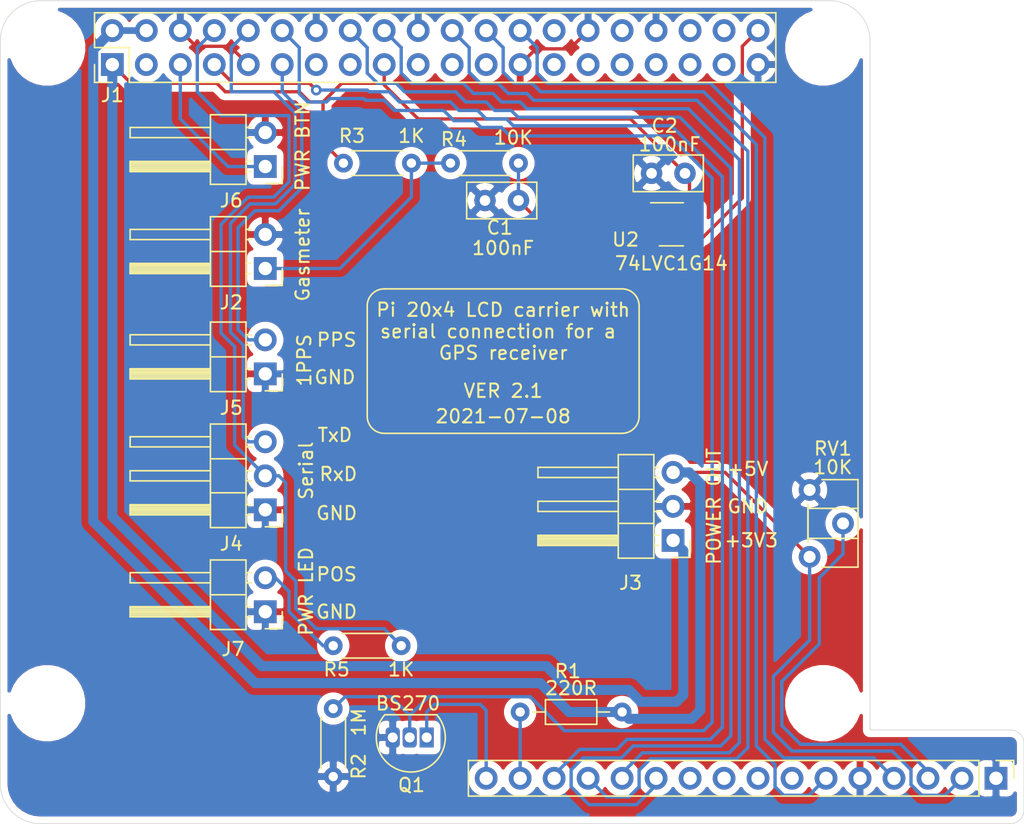
<source format=kicad_pcb>
(kicad_pcb (version 20171130) (host pcbnew 5.1.7-a382d34a8~88~ubuntu18.04.1)
  (layers (0 F.Cu signal) (31 B.Cu signal) (34 B.Paste user) (35 F.Paste user) (36 B.SilkS user) (37 F.SilkS user) (38 B.Mask user) (39 F.Mask user) (44 Edge.Cuts user))
  (net 0 "")
  (net 1 "Net-(C1-Pad1)")
  (net 2 GND)
  (net 3 +3V3)
  (net 4 "Net-(J1-Pad40)")
  (net 5 "Net-(J1-Pad38)")
  (net 6 "Net-(J1-Pad37)")
  (net 7 "Net-(J1-Pad36)")
  (net 8 "Net-(J1-Pad35)")
  (net 9 "Net-(J1-Pad33)")
  (net 10 "Net-(J1-Pad32)")
  (net 11 "Net-(J1-Pad31)")
  (net 12 "Net-(J1-Pad29)")
  (net 13 "Net-(J1-Pad28)")
  (net 14 "Net-(J1-Pad27)")
  (net 15 "Net-(J1-Pad26)")
  (net 16 "Net-(J1-Pad24)")
  (net 17 "Net-(J1-Pad23)")
  (net 18 "Net-(J1-Pad22)")
  (net 19 "Net-(J1-Pad21)")
  (net 20 "Net-(J1-Pad19)")
  (net 21 "Net-(J1-Pad18)")
  (net 22 "Net-(J1-Pad16)")
  (net 23 "Net-(J1-Pad15)")
  (net 24 "Net-(J1-Pad13)")
  (net 25 "Net-(J1-Pad12)")
  (net 26 "Net-(J1-Pad11)")
  (net 27 "Net-(J1-Pad10)")
  (net 28 "Net-(J1-Pad8)")
  (net 29 "Net-(J1-Pad7)")
  (net 30 "Net-(J1-Pad5)")
  (net 31 +5V)
  (net 32 "Net-(J1-Pad3)")
  (net 33 "Net-(J2-Pad1)")
  (net 34 "Net-(J7-Pad2)")
  (net 35 "Net-(R1-Pad2)")
  (net 36 "Net-(U1-Pad10)")
  (net 37 "Net-(U1-Pad9)")
  (net 38 "Net-(U1-Pad8)")
  (net 39 "Net-(U1-Pad7)")
  (net 40 "Net-(RV1-Pad2)")
  (net 41 "Net-(Q1-Pad1)")
  (module Connector_PinHeader_2.54mm:PinHeader_1x03_P2.54mm_Horizontal (layer F.Cu) (at 140.3 123.044 180)
    (fp_text reference J4 (at 2.54 -2.54) (layer F.SilkS))
    (fp_text value Serial hide)
    (pad 3 thru_hole oval (at 0 5.08 180) (size 1.7 1.7) (drill 1) (layers *.Cu *.Mask) (net 27 "Net-(J1-Pad10)"))
    (pad 2 thru_hole oval (at 0 2.54 180) (size 1.7 1.7) (drill 1) (layers *.Cu *.Mask) (net 28 "Net-(J1-Pad8)"))
    (pad 1 thru_hole rect (at 0 0 180) (size 1.7 1.7) (drill 1) (layers *.Cu *.Mask) (net 2 GND))
  )
  (module Connector_PinHeader_2.54mm:PinHeader_1x02_P2.54mm_Horizontal (layer F.Cu) (at 140.3 112.884 180)
    (fp_text reference J5 (at 2.54 -2.54) (layer F.SilkS))
    (fp_text value "1PPS in" hide)
    (pad 1 thru_hole rect (at 0 0 180) (size 1.7 1.7) (drill 1) (layers *.Cu *.Mask) (net 2 GND))
    (pad 2 thru_hole oval (at 0 2.54 180) (size 1.7 1.7) (drill 1) (layers *.Cu *.Mask) (net 26 "Net-(J1-Pad11)"))
  )
  (module Package_TO_SOT_SMD:SOT-23-5_HandSoldering (layer F.Cu) (at 170.653 101.708)
    (fp_text reference U2 (at -3.429 1.143) (layer F.SilkS))
    (fp_text value 74LVC1G14)
    (pad 5 smd rect (at 1.35 -0.95) (size 1.56 0.65) (layers F.Cu F.Paste F.Mask) (net 3 +3V3))
    (pad 4 smd rect (at 1.35 0.95) (size 1.56 0.65) (layers F.Cu F.Paste F.Mask) (net 4 "Net-(J1-Pad40)"))
    (pad 3 smd rect (at -1.35 0.95) (size 1.56 0.65) (layers F.Cu F.Paste F.Mask) (net 2 GND))
    (pad 2 smd rect (at -1.35 0) (size 1.56 0.65) (layers F.Cu F.Paste F.Mask) (net 1 "Net-(C1-Pad1)"))
    (pad 1 smd rect (at -1.35 -0.95) (size 1.56 0.65) (layers F.Cu F.Paste F.Mask))
  )
  (module Capacitor_THT:C_Disc_D5.0mm_W2.5mm_P2.50mm (layer F.Cu) (at 171.669 97.898 180)
    (fp_text reference C2 (at 1.524 3.556) (layer F.SilkS))
    (fp_text value 100N hide)
    (pad 2 thru_hole circle (at 2.5 0 180) (size 1.6 1.6) (drill 0.8) (layers *.Cu *.Mask) (net 2 GND))
    (pad 1 thru_hole circle (at 0 0 180) (size 1.6 1.6) (drill 0.8) (layers *.Cu *.Mask) (net 3 +3V3))
  )
  (module Resistor_THT:R_Axial_DIN0204_L3.6mm_D1.6mm_P5.08mm_Horizontal (layer F.Cu) (at 145.38 133.204)
    (fp_text reference R5 (at 0.254 1.778) (layer F.SilkS))
    (fp_text value 1K hide)
    (pad 1 thru_hole circle (at 0 0) (size 1.4 1.4) (drill 0.7) (layers *.Cu *.Mask) (net 34 "Net-(J7-Pad2)"))
    (pad 2 thru_hole oval (at 5.08 0) (size 1.4 1.4) (drill 0.7) (layers *.Cu *.Mask) (net 28 "Net-(J1-Pad8)"))
  )
  (module Connector_PinHeader_2.54mm:PinHeader_1x02_P2.54mm_Horizontal (layer F.Cu) (at 140.3 130.664 180)
    (fp_text reference J7 (at 2.413 -2.794) (layer F.SilkS))
    (fp_text value "PWR LED" hide)
    (pad 2 thru_hole oval (at 0 2.54 180) (size 1.7 1.7) (drill 1) (layers *.Cu *.Mask) (net 34 "Net-(J7-Pad2)"))
    (pad 1 thru_hole rect (at 0 0 180) (size 1.7 1.7) (drill 1) (layers *.Cu *.Mask) (net 2 GND))
  )
  (module Connector_PinHeader_2.54mm:PinHeader_2x20_P2.54mm_Vertical (layer F.Cu) (at 128.87 89.77 90)
    (fp_text reference J1 (at -2.286 0 180) (layer F.SilkS))
    (fp_text value Raspberry_Pi_2_3_4 hide)
    (pad 40 thru_hole oval (at 2.54 48.26 90) (size 1.7 1.7) (drill 1) (layers *.Cu *.Mask) (net 4 "Net-(J1-Pad40)"))
    (pad 39 thru_hole oval (at 0 48.26 90) (size 1.7 1.7) (drill 1) (layers *.Cu *.Mask) (net 2 GND))
    (pad 38 thru_hole oval (at 2.54 45.72 90) (size 1.7 1.7) (drill 1) (layers *.Cu *.Mask) (net 5 "Net-(J1-Pad38)"))
    (pad 37 thru_hole oval (at 0 45.72 90) (size 1.7 1.7) (drill 1) (layers *.Cu *.Mask) (net 6 "Net-(J1-Pad37)"))
    (pad 36 thru_hole oval (at 2.54 43.18 90) (size 1.7 1.7) (drill 1) (layers *.Cu *.Mask) (net 7 "Net-(J1-Pad36)"))
    (pad 35 thru_hole oval (at 0 43.18 90) (size 1.7 1.7) (drill 1) (layers *.Cu *.Mask) (net 8 "Net-(J1-Pad35)"))
    (pad 34 thru_hole oval (at 2.54 40.64 90) (size 1.7 1.7) (drill 1) (layers *.Cu *.Mask) (net 2 GND))
    (pad 33 thru_hole oval (at 0 40.64 90) (size 1.7 1.7) (drill 1) (layers *.Cu *.Mask) (net 9 "Net-(J1-Pad33)"))
    (pad 32 thru_hole oval (at 2.54 38.1 90) (size 1.7 1.7) (drill 1) (layers *.Cu *.Mask) (net 10 "Net-(J1-Pad32)"))
    (pad 31 thru_hole oval (at 0 38.1 90) (size 1.7 1.7) (drill 1) (layers *.Cu *.Mask) (net 11 "Net-(J1-Pad31)"))
    (pad 30 thru_hole oval (at 2.54 35.56 90) (size 1.7 1.7) (drill 1) (layers *.Cu *.Mask) (net 2 GND))
    (pad 29 thru_hole oval (at 0 35.56 90) (size 1.7 1.7) (drill 1) (layers *.Cu *.Mask) (net 12 "Net-(J1-Pad29)"))
    (pad 28 thru_hole oval (at 2.54 33.02 90) (size 1.7 1.7) (drill 1) (layers *.Cu *.Mask) (net 13 "Net-(J1-Pad28)"))
    (pad 27 thru_hole oval (at 0 33.02 90) (size 1.7 1.7) (drill 1) (layers *.Cu *.Mask) (net 14 "Net-(J1-Pad27)"))
    (pad 26 thru_hole oval (at 2.54 30.48 90) (size 1.7 1.7) (drill 1) (layers *.Cu *.Mask) (net 15 "Net-(J1-Pad26)"))
    (pad 25 thru_hole oval (at 0 30.48 90) (size 1.7 1.7) (drill 1) (layers *.Cu *.Mask) (net 2 GND))
    (pad 24 thru_hole oval (at 2.54 27.94 90) (size 1.7 1.7) (drill 1) (layers *.Cu *.Mask) (net 16 "Net-(J1-Pad24)"))
    (pad 23 thru_hole oval (at 0 27.94 90) (size 1.7 1.7) (drill 1) (layers *.Cu *.Mask) (net 17 "Net-(J1-Pad23)"))
    (pad 22 thru_hole oval (at 2.54 25.4 90) (size 1.7 1.7) (drill 1) (layers *.Cu *.Mask) (net 18 "Net-(J1-Pad22)"))
    (pad 21 thru_hole oval (at 0 25.4 90) (size 1.7 1.7) (drill 1) (layers *.Cu *.Mask) (net 19 "Net-(J1-Pad21)"))
    (pad 20 thru_hole oval (at 2.54 22.86 90) (size 1.7 1.7) (drill 1) (layers *.Cu *.Mask) (net 2 GND))
    (pad 19 thru_hole oval (at 0 22.86 90) (size 1.7 1.7) (drill 1) (layers *.Cu *.Mask) (net 20 "Net-(J1-Pad19)"))
    (pad 18 thru_hole oval (at 2.54 20.32 90) (size 1.7 1.7) (drill 1) (layers *.Cu *.Mask) (net 21 "Net-(J1-Pad18)"))
    (pad 17 thru_hole oval (at 0 20.32 90) (size 1.7 1.7) (drill 1) (layers *.Cu *.Mask) (net 3 +3V3))
    (pad 16 thru_hole oval (at 2.54 17.78 90) (size 1.7 1.7) (drill 1) (layers *.Cu *.Mask) (net 22 "Net-(J1-Pad16)"))
    (pad 15 thru_hole oval (at 0 17.78 90) (size 1.7 1.7) (drill 1) (layers *.Cu *.Mask) (net 23 "Net-(J1-Pad15)"))
    (pad 14 thru_hole oval (at 2.54 15.24 90) (size 1.7 1.7) (drill 1) (layers *.Cu *.Mask) (net 2 GND))
    (pad 13 thru_hole oval (at 0 15.24 90) (size 1.7 1.7) (drill 1) (layers *.Cu *.Mask) (net 24 "Net-(J1-Pad13)"))
    (pad 12 thru_hole oval (at 2.54 12.7 90) (size 1.7 1.7) (drill 1) (layers *.Cu *.Mask) (net 25 "Net-(J1-Pad12)"))
    (pad 11 thru_hole oval (at 0 12.7 90) (size 1.7 1.7) (drill 1) (layers *.Cu *.Mask) (net 26 "Net-(J1-Pad11)"))
    (pad 10 thru_hole oval (at 2.54 10.16 90) (size 1.7 1.7) (drill 1) (layers *.Cu *.Mask) (net 27 "Net-(J1-Pad10)"))
    (pad 9 thru_hole oval (at 0 10.16 90) (size 1.7 1.7) (drill 1) (layers *.Cu *.Mask) (net 2 GND))
    (pad 8 thru_hole oval (at 2.54 7.62 90) (size 1.7 1.7) (drill 1) (layers *.Cu *.Mask) (net 28 "Net-(J1-Pad8)"))
    (pad 7 thru_hole oval (at 0 7.62 90) (size 1.7 1.7) (drill 1) (layers *.Cu *.Mask) (net 29 "Net-(J1-Pad7)"))
    (pad 6 thru_hole oval (at 2.54 5.08 90) (size 1.7 1.7) (drill 1) (layers *.Cu *.Mask) (net 2 GND))
    (pad 5 thru_hole oval (at 0 5.08 90) (size 1.7 1.7) (drill 1) (layers *.Cu *.Mask) (net 30 "Net-(J1-Pad5)"))
    (pad 4 thru_hole oval (at 2.54 2.54 90) (size 1.7 1.7) (drill 1) (layers *.Cu *.Mask) (net 31 +5V))
    (pad 3 thru_hole oval (at 0 2.54 90) (size 1.7 1.7) (drill 1) (layers *.Cu *.Mask) (net 32 "Net-(J1-Pad3)"))
    (pad 2 thru_hole oval (at 2.54 0 90) (size 1.7 1.7) (drill 1) (layers *.Cu *.Mask) (net 31 +5V))
    (pad 1 thru_hole rect (at 0 0 90) (size 1.7 1.7) (drill 1) (layers *.Cu *.Mask) (net 3 +3V3))
  )
  (module Connector_PinHeader_2.54mm:PinHeader_1x03_P2.54mm_Horizontal (layer F.Cu) (at 170.78 125.33 180)
    (fp_text reference J3 (at 3.175 -3.175) (layer F.SilkS))
    (fp_text value "Power OUT" hide)
    (pad 1 thru_hole rect (at 0 0 180) (size 1.7 1.7) (drill 1) (layers *.Cu *.Mask) (net 3 +3V3))
    (pad 2 thru_hole oval (at 0 2.54 180) (size 1.7 1.7) (drill 1) (layers *.Cu *.Mask) (net 2 GND))
    (pad 3 thru_hole oval (at 0 5.08 180) (size 1.7 1.7) (drill 1) (layers *.Cu *.Mask) (net 31 +5V))
  )
  (module Connector_PinHeader_2.54mm:PinHeader_1x02_P2.54mm_Horizontal (layer F.Cu) (at 140.3 97.39 180)
    (fp_text reference J6 (at 2.54 -2.54) (layer F.SilkS))
    (fp_text value "POWER BTN" hide)
    (pad 1 thru_hole rect (at 0 0 180) (size 1.7 1.7) (drill 1) (layers *.Cu *.Mask) (net 30 "Net-(J1-Pad5)"))
    (pad 2 thru_hole oval (at 0 2.54 180) (size 1.7 1.7) (drill 1) (layers *.Cu *.Mask) (net 2 GND))
  )
  (module Capacitor_THT:C_Disc_D5.0mm_W2.5mm_P2.50mm (layer F.Cu) (at 159.223 99.93 180)
    (fp_text reference C1 (at 1.397 -2.032 180) (layer F.SilkS))
    (fp_text value 100N hide)
    (pad 1 thru_hole circle (at 0 0 180) (size 1.6 1.6) (drill 0.8) (layers *.Cu *.Mask) (net 1 "Net-(C1-Pad1)"))
    (pad 2 thru_hole circle (at 2.5 0 180) (size 1.6 1.6) (drill 0.8) (layers *.Cu *.Mask) (net 2 GND))
  )
  (module Resistor_THT:R_Axial_DIN0204_L3.6mm_D1.6mm_P5.08mm_Horizontal (layer F.Cu) (at 159.223 97.136 180)
    (fp_text reference R4 (at 4.826 1.778) (layer F.SilkS))
    (fp_text value 10K hide)
    (pad 2 thru_hole oval (at 5.08 0 180) (size 1.4 1.4) (drill 0.7) (layers *.Cu *.Mask) (net 33 "Net-(J2-Pad1)"))
    (pad 1 thru_hole circle (at 0 0 180) (size 1.4 1.4) (drill 0.7) (layers *.Cu *.Mask) (net 1 "Net-(C1-Pad1)"))
  )
  (module Resistor_THT:R_Axial_DIN0204_L3.6mm_D1.6mm_P5.08mm_Horizontal (layer F.Cu) (at 146.142 97.136)
    (fp_text reference R3 (at 0.635 -2.032) (layer F.SilkS))
    (fp_text value 1K hide)
    (pad 2 thru_hole oval (at 5.08 0) (size 1.4 1.4) (drill 0.7) (layers *.Cu *.Mask) (net 33 "Net-(J2-Pad1)"))
    (pad 1 thru_hole circle (at 0 0) (size 1.4 1.4) (drill 0.7) (layers *.Cu *.Mask) (net 3 +3V3))
  )
  (module Connector_PinHeader_2.54mm:PinHeader_1x02_P2.54mm_Horizontal (layer F.Cu) (at 140.3 105.01 180)
    (fp_text reference J2 (at 2.54 -2.54) (layer F.SilkS))
    (fp_text value Gasmeter hide)
    (pad 2 thru_hole oval (at 0 2.54 180) (size 1.7 1.7) (drill 1) (layers *.Cu *.Mask) (net 2 GND))
    (pad 1 thru_hole rect (at 0 0 180) (size 1.7 1.7) (drill 1) (layers *.Cu *.Mask) (net 33 "Net-(J2-Pad1)"))
  )
  (module Resistor_THT:R_Axial_DIN0204_L3.6mm_D1.6mm_P5.08mm_Horizontal (layer F.Cu) (at 145.38 137.903 270)
    (fp_text reference R2 (at 4.318 -1.905 90) (layer F.SilkS))
    (fp_text value 1M hide)
    (pad 2 thru_hole oval (at 5.08 0 270) (size 1.4 1.4) (drill 0.7) (layers *.Cu *.Mask) (net 2 GND))
    (pad 1 thru_hole circle (at 0 0 270) (size 1.4 1.4) (drill 0.7) (layers *.Cu *.Mask) (net 25 "Net-(J1-Pad12)"))
  )
  (module Package_TO_SOT_THT:TO-92L_Inline (layer F.Cu) (at 152.365 140.062 180)
    (fp_text reference Q1 (at 1.143 -3.556) (layer F.SilkS))
    (fp_text value BS270 hide)
    (pad 1 thru_hole rect (at 0 0 180) (size 1.05 1.5) (drill 0.75) (layers *.Cu *.Mask) (net 41 "Net-(Q1-Pad1)"))
    (pad 3 thru_hole roundrect (at 2.54 0 180) (size 1.05 1.5) (drill 0.75) (layers *.Cu *.Mask) (net 2 GND))
    (pad 2 thru_hole roundrect (at 1.27 0 180) (size 1.05 1.5) (drill 0.75) (layers *.Cu *.Mask) (net 25 "Net-(J1-Pad12)"))
  )
  (module Resistor_THT:R_Axial_DIN0204_L3.6mm_D1.6mm_P7.62mm_Horizontal (layer F.Cu) (at 166.97 138.157 180)
    (fp_text reference R1 (at 4.064 3.048) (layer F.SilkS))
    (fp_text value 220R hide)
    (pad 2 thru_hole oval (at 7.62 0 180) (size 1.4 1.4) (drill 0.7) (layers *.Cu *.Mask) (net 35 "Net-(R1-Pad2)"))
    (pad 1 thru_hole circle (at 0 0 180) (size 1.4 1.4) (drill 0.7) (layers *.Cu *.Mask) (net 31 +5V))
  )
  (module Potentiometer_THT:Potentiometer_ACP_CA6-H2,5_Horizontal (layer F.Cu) (at 180.98 121.56)
    (fp_text reference RV1 (at 1.738 -3.088) (layer F.SilkS))
    (fp_text value 10K hide)
    (pad 1 thru_hole circle (at 0 0) (size 1.62 1.62) (drill 0.9) (layers *.Cu *.Mask) (net 2 GND))
    (pad 2 thru_hole circle (at 2.5 2.5) (size 1.62 1.62) (drill 0.9) (layers *.Cu *.Mask) (net 40 "Net-(RV1-Pad2)"))
    (pad 3 thru_hole circle (at 0 5) (size 1.62 1.62) (drill 0.9) (layers *.Cu *.Mask) (net 31 +5V))
  )
  (module Connector_PinHeader_2.54mm:PinHeader_1x16_P2.54mm_Vertical (layer F.Cu) (at 194.91 143.11 270)
    (fp_text reference U1 hide)
    (fp_text value LCD_4x20)
    (pad 16 thru_hole oval (at 0 38.1 270) (size 1.7 1.7) (drill 1) (layers *.Cu *.Mask) (net 41 "Net-(Q1-Pad1)"))
    (pad 15 thru_hole oval (at 0 35.56 270) (size 1.7 1.7) (drill 1) (layers *.Cu *.Mask) (net 35 "Net-(R1-Pad2)"))
    (pad 14 thru_hole oval (at 0 33.02 270) (size 1.7 1.7) (drill 1) (layers *.Cu *.Mask) (net 29 "Net-(J1-Pad7)"))
    (pad 13 thru_hole oval (at 0 30.48 270) (size 1.7 1.7) (drill 1) (layers *.Cu *.Mask) (net 18 "Net-(J1-Pad22)"))
    (pad 12 thru_hole oval (at 0 27.94 270) (size 1.7 1.7) (drill 1) (layers *.Cu *.Mask) (net 21 "Net-(J1-Pad18)"))
    (pad 11 thru_hole oval (at 0 25.4 270) (size 1.7 1.7) (drill 1) (layers *.Cu *.Mask) (net 22 "Net-(J1-Pad16)"))
    (pad 10 thru_hole oval (at 0 22.86 270) (size 1.7 1.7) (drill 1) (layers *.Cu *.Mask) (net 36 "Net-(U1-Pad10)"))
    (pad 9 thru_hole oval (at 0 20.32 270) (size 1.7 1.7) (drill 1) (layers *.Cu *.Mask) (net 37 "Net-(U1-Pad9)"))
    (pad 8 thru_hole oval (at 0 17.78 270) (size 1.7 1.7) (drill 1) (layers *.Cu *.Mask) (net 38 "Net-(U1-Pad8)"))
    (pad 7 thru_hole oval (at 0 15.24 270) (size 1.7 1.7) (drill 1) (layers *.Cu *.Mask) (net 39 "Net-(U1-Pad7)"))
    (pad 6 thru_hole oval (at 0 12.7 270) (size 1.7 1.7) (drill 1) (layers *.Cu *.Mask) (net 16 "Net-(J1-Pad24)"))
    (pad 5 thru_hole oval (at 0 10.16 270) (size 1.7 1.7) (drill 1) (layers *.Cu *.Mask) (net 2 GND))
    (pad 4 thru_hole oval (at 0 7.62 270) (size 1.7 1.7) (drill 1) (layers *.Cu *.Mask) (net 15 "Net-(J1-Pad26)"))
    (pad 3 thru_hole oval (at 0 5.08 270) (size 1.7 1.7) (drill 1) (layers *.Cu *.Mask) (net 40 "Net-(RV1-Pad2)"))
    (pad 2 thru_hole oval (at 0 2.54 270) (size 1.7 1.7) (drill 1) (layers *.Cu *.Mask) (net 31 +5V))
    (pad 1 thru_hole rect (at 0 0 270) (size 1.7 1.7) (drill 1) (layers *.Cu *.Mask) (net 2 GND))
  )
  (module MountingHole:MountingHole_2.7mm_M2.5 (layer F.Cu) (at 124 137.5)
    (fp_text reference M4 hide)
    (fp_text value MountingHole_2.7mm_M2.5 hide)
    (pad 1 np_thru_hole circle (at 0 0) (size 2.7 2.7) (drill 2.7) (layers *.Cu *.Mask))
  )
  (module MountingHole:MountingHole_2.7mm_M2.5 (layer F.Cu) (at 182 137.5)
    (fp_text reference M3 hide)
    (fp_text value MountingHole_2.7mm_M2.5 hide)
    (pad 1 np_thru_hole circle (at 0 0) (size 2.7 2.7) (drill 2.7) (layers *.Cu *.Mask))
  )
  (module MountingHole:MountingHole_2.7mm_M2.5 (layer F.Cu) (at 182 88.5)
    (fp_text reference M2 hide)
    (fp_text value MountingHole_2.7mm_M2.5 hide)
    (pad 1 np_thru_hole circle (at 0 0) (size 2.7 2.7) (drill 2.7) (layers *.Cu *.Mask))
  )
  (module MountingHole:MountingHole_2.7mm_M2.5 (layer F.Cu) (at 124 88.5)
    (fp_text reference M1 hide)
    (fp_text value MountingHole_2.7mm_M2.5 hide)
    (pad 1 np_thru_hole circle (at 0 0) (size 2.7 2.7) (drill 2.7) (layers *.Cu *.Mask))
  )
  (gr_text "VER 2.1" (at 158.08 114.154) (layer F.SilkS) (effects (font (size 1 1))))
  (gr_text 74LVC1G14 (at 170.653 104.629) (layer F.SilkS) (effects (font (size 1 1))))
  (gr_text 1K (at 150.46 134.982) (layer F.SilkS) (effects (font (size 1 1))))
  (gr_line (start 147.92 107.804) (end 147.92 116.059) (layer F.SilkS) (width 0.12))
  (gr_line (start 168.24 107.804) (end 168.24 116.059) (layer F.SilkS) (width 0.12))
  (gr_text 2021-07-08 (at 158.08 116.059) (layer F.SilkS) (effects (font (size 1 1))))
  (gr_text 1M (at 147.285 138.919 90) (layer F.SilkS) (effects (font (size 1 1))))
  (gr_text BS270 (at 150.968 137.522) (layer F.SilkS) (effects (font (size 1 1))))
  (gr_text 220R (at 163.16 136.379) (layer F.SilkS) (effects (font (size 1 1))))
  (gr_text 10K (at 182.718 119.869) (layer F.SilkS) (effects (font (size 1 1))))
  (gr_text 1K (at 151.222 95.104) (layer F.SilkS) (effects (font (size 1 1))))
  (gr_text 10K (at 158.842 95.231) (layer F.SilkS) (effects (font (size 1 1))))
  (gr_text 100nF (at 158.08 103.486) (layer F.SilkS) (effects (font (size 1 1))))
  (gr_text 100nF (at 170.526 95.739) (layer F.SilkS) (effects (font (size 1 1))))
  (gr_line (start 166.97 117.329) (end 149.19 117.329) (layer F.SilkS) (width 0.12))
  (gr_arc (start 166.97 116.059) (end 166.97 117.329) (angle -90) (layer F.SilkS) (width 0.12))
  (gr_arc (start 149.19 116.059) (end 147.92 116.059) (angle -90) (layer F.SilkS) (width 0.12))
  (gr_arc (start 149.19 107.804) (end 149.19 106.534) (angle -90) (layer F.SilkS) (width 0.12))
  (gr_arc (start 166.97 107.804) (end 168.24 107.804) (angle -90) (layer F.SilkS) (width 0.12))
  (gr_line (start 149.19 106.534) (end 166.97 106.534) (layer F.SilkS) (width 0.12))
  (gr_text "Pi 20x4 LCD carrier with\nserial connection for a \nGPS receiver" (at 158.08 109.709) (layer F.SilkS) (effects (font (size 1 1))))
  (gr_text POS (at 145.634 127.87) (layer F.SilkS) (effects (font (size 1 1))))
  (gr_text GND (at 145.634 130.664) (layer F.SilkS) (effects (font (size 1 1))))
  (gr_text "PWR LED" (at 143.348 129.14 90) (layer F.SilkS) (effects (font (size 1 1))))
  (gr_text +5V (at 176.368 119.996) (layer F.SilkS) (effects (font (size 1 1))))
  (gr_text +3V3 (at 176.622 125.33) (layer F.SilkS) (effects (font (size 1 1))))
  (gr_text "POWER OUT" (at 173.828 122.79 90) (layer F.SilkS) (effects (font (size 1 1))))
  (gr_text GND (at 176.368 122.79) (layer F.SilkS) (effects (font (size 1 1))))
  (gr_text TxD (at 145.507 117.456) (layer F.SilkS) (effects (font (size 1 1))))
  (gr_text RxD (at 145.761 120.377) (layer F.SilkS) (effects (font (size 1 1))))
  (gr_text Serial (at 143.348 120.123 90) (layer F.SilkS) (effects (font (size 1 1))))
  (gr_text GND (at 145.634 123.298) (layer F.SilkS) (effects (font (size 1 1))))
  (gr_text GND (at 145.507 113.138) (layer F.SilkS) (effects (font (size 1 1))))
  (gr_text PPS (at 145.634 110.344) (layer F.SilkS) (effects (font (size 1 1))))
  (gr_text 1PPS (at 143.221 111.868 90) (layer F.SilkS) (effects (font (size 1 1))))
  (gr_text "PWR BTN" (at 143.094 95.866 90) (layer F.SilkS) (effects (font (size 1 1))))
  (gr_text Gasmeter (at 143.094 103.994 90) (layer F.SilkS) (effects (font (size 1 1))))
  (gr_line (start 197 144.5) (end 197 145.5) (layer Edge.Cuts) (width 0.05))
  (gr_line (start 120.5 142.5) (end 120.5 143.5) (layer Edge.Cuts) (width 0.05))
  (gr_line (start 196 146.5) (end 123.5 146.5) (layer Edge.Cuts) (width 0.05))
  (gr_line (start 120.5 142.5) (end 120.5 88) (layer Edge.Cuts) (width 0.05))
  (gr_arc (start 123.5 143.5) (end 120.5 143.5) (angle -90) (layer Edge.Cuts) (width 0.05))
  (gr_line (start 197 140.5) (end 197 144.5) (layer Edge.Cuts) (width 0.05))
  (gr_line (start 185.5 139.5) (end 196 139.5) (layer Edge.Cuts) (width 0.05))
  (gr_arc (start 196 145.5) (end 196 146.5) (angle -90) (layer Edge.Cuts) (width 0.05))
  (gr_arc (start 196 140.5) (end 197 140.5) (angle -90) (layer Edge.Cuts) (width 0.05))
  (gr_line (start 185.5 88) (end 185.5 139.5) (layer Edge.Cuts) (width 0.05))
  (gr_line (start 182.5 85) (end 123.5 85) (layer Edge.Cuts) (width 0.05))
  (gr_arc (start 182.5 88) (end 185.5 88) (angle -90) (layer Edge.Cuts) (width 0.05))
  (gr_arc (start 123.5 88) (end 123.5 85) (angle -90) (layer Edge.Cuts) (width 0.05))
  (segment (start 161.001 101.708) (end 169.303 101.708) (width 0.25) (layer F.Cu) (net 1))
  (segment (start 159.223 99.93) (end 161.001 101.708) (width 0.25) (layer F.Cu) (net 1))
  (segment (start 159.223 97.136) (end 159.223 99.93) (width 0.25) (layer B.Cu) (net 1))
  (segment (start 170.408001 99.137001) (end 169.968999 98.697999) (width 0.25) (layer F.Cu) (net 2))
  (segment (start 169.968999 98.697999) (end 169.169 97.898) (width 0.25) (layer F.Cu) (net 2))
  (segment (start 170.043002 102.658) (end 170.408001 102.293001) (width 0.25) (layer F.Cu) (net 2))
  (segment (start 169.303 102.658) (end 170.043002 102.658) (width 0.25) (layer F.Cu) (net 2))
  (segment (start 170.408001 101.590001) (end 170.408001 99.137001) (width 0.25) (layer F.Cu) (net 2))
  (segment (start 170.408001 102.293001) (end 170.408001 101.590001) (width 0.25) (layer F.Cu) (net 2))
  (segment (start 170.408001 101.590001) (end 170.526 101.708) (width 0.25) (layer F.Cu) (net 2))
  (segment (start 163.065001 88.594999) (end 164.43 87.23) (width 0.25) (layer F.Cu) (net 2))
  (segment (start 160.525001 88.594999) (end 163.065001 88.594999) (width 0.25) (layer F.Cu) (net 2))
  (segment (start 159.35 89.77) (end 160.525001 88.594999) (width 0.25) (layer F.Cu) (net 2))
  (segment (start 137.665001 88.405001) (end 139.03 89.77) (width 0.25) (layer F.Cu) (net 2))
  (segment (start 135.125001 88.405001) (end 137.665001 88.405001) (width 0.25) (layer F.Cu) (net 2))
  (segment (start 133.95 87.23) (end 135.125001 88.405001) (width 0.25) (layer F.Cu) (net 2))
  (segment (start 172.003 98.232) (end 171.669 97.898) (width 0.25) (layer F.Cu) (net 3))
  (segment (start 172.003 100.758) (end 172.003 98.232) (width 0.25) (layer F.Cu) (net 3))
  (segment (start 128.87 89.77) (end 128.87 90.024) (width 0.25) (layer F.Cu) (net 3))
  (segment (start 136.6805 91.167) (end 130.267 91.167) (width 0.25) (layer F.Cu) (net 3))
  (segment (start 137.3155 91.802) (end 136.6805 91.167) (width 0.25) (layer F.Cu) (net 3))
  (segment (start 149.19 91.167) (end 146.015 91.167) (width 0.25) (layer F.Cu) (net 3))
  (segment (start 142.84 91.802) (end 137.3155 91.802) (width 0.25) (layer F.Cu) (net 3))
  (segment (start 149.19 89.77) (end 149.19 91.167) (width 0.25) (layer F.Cu) (net 3))
  (segment (start 130.267 91.167) (end 128.87 89.77) (width 0.25) (layer F.Cu) (net 3))
  (segment (start 146.015 91.167) (end 144.618 92.564) (width 0.25) (layer F.Cu) (net 3))
  (segment (start 144.618 92.564) (end 143.602 92.564) (width 0.25) (layer F.Cu) (net 3))
  (segment (start 143.602 92.564) (end 142.84 91.802) (width 0.25) (layer F.Cu) (net 3))
  (segment (start 144.618 95.612) (end 146.142 97.136) (width 0.25) (layer F.Cu) (net 3))
  (segment (start 144.618 92.564) (end 144.618 95.612) (width 0.25) (layer F.Cu) (net 3))
  (segment (start 140.046 134.728) (end 128.87 123.552) (width 0.75) (layer B.Cu) (net 3))
  (segment (start 161.3185 134.728) (end 140.046 134.728) (width 0.75) (layer B.Cu) (net 3))
  (segment (start 163.0965 136.506) (end 161.3185 134.728) (width 0.75) (layer B.Cu) (net 3))
  (segment (start 171.542 126.092) (end 171.542 136.887) (width 0.75) (layer B.Cu) (net 3))
  (segment (start 171.542 136.887) (end 171.034 137.395) (width 0.75) (layer B.Cu) (net 3))
  (segment (start 170.78 125.33) (end 171.542 126.092) (width 0.75) (layer B.Cu) (net 3))
  (segment (start 171.034 137.395) (end 168.367 137.395) (width 0.75) (layer B.Cu) (net 3))
  (segment (start 168.367 137.395) (end 167.478 136.506) (width 0.75) (layer B.Cu) (net 3))
  (segment (start 128.87 123.552) (end 128.87 90.278) (width 0.75) (layer B.Cu) (net 3))
  (segment (start 167.478 136.506) (end 163.0965 136.506) (width 0.75) (layer B.Cu) (net 3))
  (segment (start 149.19 91.167) (end 149.19 91.294) (width 0.25) (layer F.Cu) (net 3))
  (segment (start 149.19 91.294) (end 151.73 93.834) (width 0.25) (layer F.Cu) (net 3))
  (segment (start 167.605 93.834) (end 169.8275 96.0565) (width 0.25) (layer F.Cu) (net 3))
  (segment (start 169.637 95.866) (end 169.8275 96.0565) (width 0.25) (layer F.Cu) (net 3))
  (segment (start 151.73 93.834) (end 167.605 93.834) (width 0.25) (layer F.Cu) (net 3))
  (segment (start 169.8275 96.0565) (end 171.669 97.898) (width 0.25) (layer F.Cu) (net 3))
  (segment (start 176.280001 88.079999) (end 177.13 87.23) (width 0.25) (layer F.Cu) (net 4))
  (segment (start 175.954999 99.736001) (end 175.954999 88.405001) (width 0.25) (layer F.Cu) (net 4))
  (segment (start 175.954999 88.405001) (end 176.280001 88.079999) (width 0.25) (layer F.Cu) (net 4))
  (segment (start 173.033 102.658) (end 175.954999 99.736001) (width 0.25) (layer F.Cu) (net 4))
  (segment (start 172.003 102.658) (end 173.033 102.658) (width 0.25) (layer F.Cu) (net 4))
  (segment (start 185.766 141.586) (end 187.29 143.11) (width 0.25) (layer B.Cu) (net 15))
  (segment (start 179.035 141.586) (end 185.766 141.586) (width 0.25) (layer B.Cu) (net 15))
  (segment (start 177.638 140.189) (end 179.035 141.586) (width 0.25) (layer B.Cu) (net 15))
  (segment (start 160.62 88.5) (end 160.62 90.405) (width 0.25) (layer B.Cu) (net 15))
  (segment (start 160.62 90.405) (end 161.382 91.167) (width 0.25) (layer B.Cu) (net 15))
  (segment (start 159.35 87.23) (end 160.62 88.5) (width 0.25) (layer B.Cu) (net 15))
  (segment (start 161.382 91.167) (end 173.574 91.167) (width 0.25) (layer B.Cu) (net 15))
  (segment (start 173.574 91.167) (end 177.638 95.231) (width 0.25) (layer B.Cu) (net 15))
  (segment (start 177.638 95.231) (end 177.638 140.189) (width 0.25) (layer B.Cu) (net 15))
  (segment (start 160.239 91.167) (end 158.9055 91.167) (width 0.25) (layer B.Cu) (net 16))
  (segment (start 158.08 90.3415) (end 158.08 88.5) (width 0.25) (layer B.Cu) (net 16))
  (segment (start 173.066 91.802) (end 160.874 91.802) (width 0.25) (layer B.Cu) (net 16))
  (segment (start 158.08 88.5) (end 156.81 87.23) (width 0.25) (layer B.Cu) (net 16))
  (segment (start 158.9055 91.167) (end 158.08 90.3415) (width 0.25) (layer B.Cu) (net 16))
  (segment (start 160.874 91.802) (end 160.239 91.167) (width 0.25) (layer B.Cu) (net 16))
  (segment (start 182.21 143.11) (end 180.94 144.38) (width 0.25) (layer B.Cu) (net 16))
  (segment (start 177.003 95.739) (end 173.066 91.802) (width 0.25) (layer B.Cu) (net 16))
  (segment (start 177.003 140.697) (end 177.003 95.739) (width 0.25) (layer B.Cu) (net 16))
  (segment (start 180.94 144.38) (end 179.035 144.38) (width 0.25) (layer B.Cu) (net 16))
  (segment (start 179.035 144.38) (end 178.4 143.745) (width 0.25) (layer B.Cu) (net 16))
  (segment (start 178.4 143.745) (end 178.4 142.094) (width 0.25) (layer B.Cu) (net 16))
  (segment (start 178.4 142.094) (end 177.003 140.697) (width 0.25) (layer B.Cu) (net 16))
  (segment (start 169.091489 141.65501) (end 175.53699 141.65501) (width 0.25) (layer B.Cu) (net 18))
  (segment (start 168.24 142.506499) (end 169.091489 141.65501) (width 0.25) (layer B.Cu) (net 18))
  (segment (start 168.24 143.745) (end 168.24 142.506499) (width 0.25) (layer B.Cu) (net 18))
  (segment (start 165.827 144.507) (end 167.478 144.507) (width 0.25) (layer B.Cu) (net 18))
  (segment (start 155.119999 88.079999) (end 154.27 87.23) (width 0.25) (layer B.Cu) (net 18))
  (segment (start 167.478 144.507) (end 168.24 143.745) (width 0.25) (layer B.Cu) (net 18))
  (segment (start 172.558 92.437) (end 160.366 92.437) (width 0.25) (layer B.Cu) (net 18))
  (segment (start 164.43 143.11) (end 165.827 144.507) (width 0.25) (layer B.Cu) (net 18))
  (segment (start 175.53699 141.65501) (end 176.368 140.824) (width 0.25) (layer B.Cu) (net 18))
  (segment (start 176.368 140.824) (end 176.368 96.247) (width 0.25) (layer B.Cu) (net 18))
  (segment (start 176.368 96.247) (end 172.558 92.437) (width 0.25) (layer B.Cu) (net 18))
  (segment (start 160.366 92.437) (end 159.858 91.929) (width 0.25) (layer B.Cu) (net 18))
  (segment (start 159.858 91.929) (end 158.461 91.929) (width 0.25) (layer B.Cu) (net 18))
  (segment (start 158.461 91.929) (end 157.699 91.167) (width 0.25) (layer B.Cu) (net 18))
  (segment (start 157.699 91.167) (end 156.3655 91.167) (width 0.25) (layer B.Cu) (net 18))
  (segment (start 155.54 88.5) (end 155.119999 88.079999) (width 0.25) (layer B.Cu) (net 18))
  (segment (start 156.3655 91.167) (end 155.54 90.3415) (width 0.25) (layer B.Cu) (net 18))
  (segment (start 155.54 90.3415) (end 155.54 88.5) (width 0.25) (layer B.Cu) (net 18))
  (segment (start 175.733 140.443) (end 175.733 96.882) (width 0.25) (layer B.Cu) (net 21))
  (segment (start 175.733 96.882) (end 171.923 93.072) (width 0.25) (layer B.Cu) (net 21))
  (segment (start 150.039999 88.079999) (end 149.19 87.23) (width 0.25) (layer B.Cu) (net 21))
  (segment (start 174.971 141.205) (end 175.733 140.443) (width 0.25) (layer B.Cu) (net 21))
  (segment (start 168.494 141.205) (end 174.971 141.205) (width 0.25) (layer B.Cu) (net 21))
  (segment (start 150.46 90.405) (end 150.46 88.5) (width 0.25) (layer B.Cu) (net 21))
  (segment (start 166.97 143.11) (end 166.97 142.729) (width 0.25) (layer B.Cu) (net 21))
  (segment (start 166.97 142.729) (end 168.494 141.205) (width 0.25) (layer B.Cu) (net 21))
  (segment (start 171.923 93.072) (end 159.858 93.072) (width 0.25) (layer B.Cu) (net 21))
  (segment (start 157.953 92.564) (end 157.318 91.929) (width 0.25) (layer B.Cu) (net 21))
  (segment (start 159.858 93.072) (end 159.35 92.564) (width 0.25) (layer B.Cu) (net 21))
  (segment (start 157.318 91.929) (end 155.8575 91.929) (width 0.25) (layer B.Cu) (net 21))
  (segment (start 159.35 92.564) (end 157.953 92.564) (width 0.25) (layer B.Cu) (net 21))
  (segment (start 155.0955 91.167) (end 151.222 91.167) (width 0.25) (layer B.Cu) (net 21))
  (segment (start 155.8575 91.929) (end 155.0955 91.167) (width 0.25) (layer B.Cu) (net 21))
  (segment (start 151.222 91.167) (end 150.46 90.405) (width 0.25) (layer B.Cu) (net 21))
  (segment (start 150.46 88.5) (end 150.039999 88.079999) (width 0.25) (layer B.Cu) (net 21))
  (segment (start 150.079 91.167) (end 148.682 91.167) (width 0.25) (layer B.Cu) (net 22))
  (segment (start 155.286 92.564) (end 154.524 91.802) (width 0.25) (layer B.Cu) (net 22))
  (segment (start 163.16 142.475) (end 164.049 141.586) (width 0.25) (layer B.Cu) (net 22))
  (segment (start 163.16 143.745) (end 163.16 142.475) (width 0.25) (layer B.Cu) (net 22))
  (segment (start 164.49901 145.08401) (end 163.16 143.745) (width 0.25) (layer B.Cu) (net 22))
  (segment (start 175.098 97.517) (end 171.288 93.707) (width 0.25) (layer B.Cu) (net 22))
  (segment (start 168.04399 145.08401) (end 164.49901 145.08401) (width 0.25) (layer B.Cu) (net 22))
  (segment (start 150.714 91.802) (end 150.079 91.167) (width 0.25) (layer B.Cu) (net 22))
  (segment (start 169.51 143.11) (end 169.51 143.618) (width 0.25) (layer B.Cu) (net 22))
  (segment (start 147.499999 88.079999) (end 146.65 87.23) (width 0.25) (layer B.Cu) (net 22))
  (segment (start 147.92 88.5) (end 147.499999 88.079999) (width 0.25) (layer B.Cu) (net 22))
  (segment (start 175.098 139.935) (end 175.098 97.517) (width 0.25) (layer B.Cu) (net 22))
  (segment (start 169.51 143.618) (end 168.04399 145.08401) (width 0.25) (layer B.Cu) (net 22))
  (segment (start 164.049 141.586) (end 166.9065 141.586) (width 0.25) (layer B.Cu) (net 22))
  (segment (start 166.9065 141.586) (end 167.7955 140.697) (width 0.25) (layer B.Cu) (net 22))
  (segment (start 147.92 90.405) (end 147.92 88.5) (width 0.25) (layer B.Cu) (net 22))
  (segment (start 148.682 91.167) (end 147.92 90.405) (width 0.25) (layer B.Cu) (net 22))
  (segment (start 167.7955 140.697) (end 174.336 140.697) (width 0.25) (layer B.Cu) (net 22))
  (segment (start 159.19125 93.707) (end 158.68325 93.199) (width 0.25) (layer B.Cu) (net 22))
  (segment (start 154.524 91.802) (end 150.714 91.802) (width 0.25) (layer B.Cu) (net 22))
  (segment (start 156.81 92.564) (end 155.286 92.564) (width 0.25) (layer B.Cu) (net 22))
  (segment (start 174.336 140.697) (end 175.098 139.935) (width 0.25) (layer B.Cu) (net 22))
  (segment (start 171.288 93.707) (end 159.19125 93.707) (width 0.25) (layer B.Cu) (net 22))
  (segment (start 157.445 93.199) (end 156.81 92.564) (width 0.25) (layer B.Cu) (net 22))
  (segment (start 158.68325 93.199) (end 157.445 93.199) (width 0.25) (layer B.Cu) (net 22))
  (segment (start 151.095 138.411) (end 151.095 140.062) (width 0.25) (layer B.Cu) (net 25))
  (segment (start 152.492 137.014) (end 151.095 138.411) (width 0.25) (layer B.Cu) (net 25))
  (segment (start 160.112 137.014) (end 152.492 137.014) (width 0.25) (layer B.Cu) (net 25))
  (segment (start 173.066 139.554) (end 162.652 139.554) (width 0.25) (layer B.Cu) (net 25))
  (segment (start 173.701 138.919) (end 173.066 139.554) (width 0.25) (layer B.Cu) (net 25))
  (segment (start 173.701 98.264998) (end 173.701 138.919) (width 0.25) (layer B.Cu) (net 25))
  (segment (start 170.540002 95.104) (end 173.701 98.264998) (width 0.25) (layer B.Cu) (net 25))
  (segment (start 145.126 92.31) (end 147.666 92.31) (width 0.25) (layer B.Cu) (net 25))
  (segment (start 147.793 92.437) (end 149.19 92.437) (width 0.25) (layer B.Cu) (net 25))
  (segment (start 149.952 93.199) (end 153.635 93.199) (width 0.25) (layer B.Cu) (net 25))
  (segment (start 142.84 91.929) (end 143.475 92.564) (width 0.25) (layer B.Cu) (net 25))
  (segment (start 143.475 92.564) (end 144.872 92.564) (width 0.25) (layer B.Cu) (net 25))
  (segment (start 141.57 87.23) (end 142.84 88.5) (width 0.25) (layer B.Cu) (net 25))
  (segment (start 147.666 92.31) (end 147.793 92.437) (width 0.25) (layer B.Cu) (net 25))
  (segment (start 154.397 93.961) (end 155.921 93.961) (width 0.25) (layer B.Cu) (net 25))
  (segment (start 149.19 92.437) (end 149.952 93.199) (width 0.25) (layer B.Cu) (net 25))
  (segment (start 153.635 93.199) (end 154.397 93.961) (width 0.25) (layer B.Cu) (net 25))
  (segment (start 144.872 92.564) (end 145.126 92.31) (width 0.25) (layer B.Cu) (net 25))
  (segment (start 155.921 93.961) (end 156.429 94.469) (width 0.25) (layer B.Cu) (net 25))
  (segment (start 156.429 94.469) (end 157.953 94.469) (width 0.25) (layer B.Cu) (net 25))
  (segment (start 162.652 139.554) (end 160.112 137.014) (width 0.25) (layer B.Cu) (net 25))
  (segment (start 142.84 88.5) (end 142.84 91.929) (width 0.25) (layer B.Cu) (net 25))
  (segment (start 157.953 94.469) (end 158.588 95.104) (width 0.25) (layer B.Cu) (net 25))
  (segment (start 158.588 95.104) (end 170.540002 95.104) (width 0.25) (layer B.Cu) (net 25))
  (segment (start 149.698 137.014) (end 151.095 138.411) (width 0.25) (layer B.Cu) (net 25))
  (segment (start 145.38 137.903) (end 146.269 137.014) (width 0.25) (layer B.Cu) (net 25))
  (segment (start 146.269 137.014) (end 149.698 137.014) (width 0.25) (layer B.Cu) (net 25))
  (segment (start 139.03 110.344) (end 140.3 110.344) (width 0.25) (layer B.Cu) (net 26))
  (segment (start 138.268 109.582) (end 139.03 110.344) (width 0.25) (layer B.Cu) (net 26))
  (segment (start 138.268 101.962) (end 138.268 109.582) (width 0.25) (layer B.Cu) (net 26))
  (segment (start 141.57 91.799178) (end 143.036009 93.265187) (width 0.25) (layer B.Cu) (net 26))
  (segment (start 141.57 89.77) (end 141.57 91.799178) (width 0.25) (layer B.Cu) (net 26))
  (segment (start 139.538 100.692) (end 138.268 101.962) (width 0.25) (layer B.Cu) (net 26))
  (segment (start 143.036009 98.971991) (end 141.316 100.692) (width 0.25) (layer B.Cu) (net 26))
  (segment (start 143.036009 93.265187) (end 143.036009 98.971991) (width 0.25) (layer B.Cu) (net 26))
  (segment (start 141.316 100.692) (end 139.538 100.692) (width 0.25) (layer B.Cu) (net 26))
  (segment (start 139.03 117.964) (end 140.3 117.964) (width 0.25) (layer B.Cu) (net 27))
  (segment (start 138.649 117.583) (end 139.03 117.964) (width 0.25) (layer B.Cu) (net 27))
  (segment (start 138.649 110.725) (end 138.649 117.583) (width 0.25) (layer B.Cu) (net 27))
  (segment (start 137.702011 109.778011) (end 138.649 110.725) (width 0.25) (layer B.Cu) (net 27))
  (segment (start 137.702011 101.637578) (end 137.702011 109.778011) (width 0.25) (layer B.Cu) (net 27))
  (segment (start 139.155589 100.184) (end 137.702011 101.637578) (width 0.25) (layer B.Cu) (net 27))
  (segment (start 141.062 100.184) (end 139.155589 100.184) (width 0.25) (layer B.Cu) (net 27))
  (segment (start 137.76 88.5) (end 137.76 91.802) (width 0.25) (layer B.Cu) (net 27))
  (segment (start 139.03 87.23) (end 137.76 88.5) (width 0.25) (layer B.Cu) (net 27))
  (segment (start 137.76 91.802) (end 140.936411 91.802) (width 0.25) (layer B.Cu) (net 27))
  (segment (start 140.936411 91.802) (end 142.528011 93.3936) (width 0.25) (layer B.Cu) (net 27))
  (segment (start 142.528011 93.3936) (end 142.528011 98.717989) (width 0.25) (layer B.Cu) (net 27))
  (segment (start 142.528011 98.717989) (end 141.062 100.184) (width 0.25) (layer B.Cu) (net 27))
  (segment (start 136.998 109.836) (end 138.014 110.852) (width 0.25) (layer B.Cu) (net 28))
  (segment (start 136.998 101.705178) (end 136.998 109.836) (width 0.25) (layer B.Cu) (net 28))
  (segment (start 139.027178 99.676) (end 136.998 101.705178) (width 0.25) (layer B.Cu) (net 28))
  (segment (start 138.014 110.852) (end 138.014 118.218) (width 0.25) (layer B.Cu) (net 28))
  (segment (start 135.22 88.5) (end 135.22 91.802) (width 0.25) (layer B.Cu) (net 28))
  (segment (start 136.49 87.23) (end 135.22 88.5) (width 0.25) (layer B.Cu) (net 28))
  (segment (start 140.93359 99.676) (end 139.027178 99.676) (width 0.25) (layer B.Cu) (net 28))
  (segment (start 142.078 98.53159) (end 140.93359 99.676) (width 0.25) (layer B.Cu) (net 28))
  (segment (start 135.22 91.802) (end 136.998 93.58) (width 0.25) (layer B.Cu) (net 28))
  (segment (start 136.998 93.58) (end 142.078 93.58) (width 0.25) (layer B.Cu) (net 28))
  (segment (start 142.078 93.58) (end 142.078 98.53159) (width 0.25) (layer B.Cu) (net 28))
  (segment (start 140.3 120.504) (end 138.014 118.218) (width 0.25) (layer B.Cu) (net 28))
  (segment (start 142.586 130.41) (end 144.11 131.934) (width 0.25) (layer B.Cu) (net 28))
  (segment (start 140.3 120.504) (end 141.316 120.504) (width 0.25) (layer B.Cu) (net 28))
  (segment (start 141.824 127.616) (end 142.586 128.378) (width 0.25) (layer B.Cu) (net 28))
  (segment (start 149.19 131.934) (end 150.46 133.204) (width 0.25) (layer B.Cu) (net 28))
  (segment (start 142.586 128.378) (end 142.586 130.41) (width 0.25) (layer B.Cu) (net 28))
  (segment (start 141.316 120.504) (end 141.824 121.012) (width 0.25) (layer B.Cu) (net 28))
  (segment (start 141.824 121.012) (end 141.824 127.616) (width 0.25) (layer B.Cu) (net 28))
  (segment (start 144.11 131.934) (end 149.19 131.934) (width 0.25) (layer B.Cu) (net 28))
  (via (at 144.11 91.675) (size 0.8) (drill 0.4) (layers F.Cu B.Cu) (net 29))
  (segment (start 148.047 91.802) (end 147.92 91.675) (width 0.25) (layer B.Cu) (net 29))
  (segment (start 149.571 91.802) (end 148.047 91.802) (width 0.25) (layer B.Cu) (net 29))
  (segment (start 173.564999 140.198001) (end 174.463 139.3) (width 0.25) (layer B.Cu) (net 29))
  (segment (start 170.653 94.342) (end 158.842 94.342) (width 0.25) (layer B.Cu) (net 29))
  (segment (start 167.341999 140.198001) (end 173.564999 140.198001) (width 0.25) (layer B.Cu) (net 29))
  (segment (start 166.589 140.951) (end 167.341999 140.198001) (width 0.25) (layer B.Cu) (net 29))
  (segment (start 161.89 143.11) (end 161.89 142.856) (width 0.25) (layer B.Cu) (net 29))
  (segment (start 163.795 140.951) (end 166.589 140.951) (width 0.25) (layer B.Cu) (net 29))
  (segment (start 161.89 142.856) (end 163.795 140.951) (width 0.25) (layer B.Cu) (net 29))
  (segment (start 174.463 98.152) (end 170.653 94.342) (width 0.25) (layer B.Cu) (net 29))
  (segment (start 156.81 93.834) (end 156.175 93.199) (width 0.25) (layer B.Cu) (net 29))
  (segment (start 174.463 139.3) (end 174.463 98.152) (width 0.25) (layer B.Cu) (net 29))
  (segment (start 158.842 94.342) (end 158.334 93.834) (width 0.25) (layer B.Cu) (net 29))
  (segment (start 158.334 93.834) (end 156.81 93.834) (width 0.25) (layer B.Cu) (net 29))
  (segment (start 156.175 93.199) (end 154.778 93.199) (width 0.25) (layer B.Cu) (net 29))
  (segment (start 147.92 91.675) (end 144.11 91.675) (width 0.25) (layer B.Cu) (net 29))
  (segment (start 154.778 93.199) (end 154.143 92.564) (width 0.25) (layer B.Cu) (net 29))
  (segment (start 154.143 92.564) (end 150.333 92.564) (width 0.25) (layer B.Cu) (net 29))
  (segment (start 150.333 92.564) (end 149.571 91.802) (width 0.25) (layer B.Cu) (net 29))
  (segment (start 137.887 91.167) (end 136.49 89.77) (width 0.25) (layer F.Cu) (net 29))
  (segment (start 144.11 91.675) (end 143.602 91.167) (width 0.25) (layer F.Cu) (net 29))
  (segment (start 143.602 91.167) (end 137.887 91.167) (width 0.25) (layer F.Cu) (net 29))
  (segment (start 133.569 89.77) (end 133.95 89.77) (width 0.25) (layer F.Cu) (net 30))
  (segment (start 137.506 97.39) (end 140.3 97.39) (width 0.25) (layer B.Cu) (net 30))
  (segment (start 133.95 89.77) (end 133.95 93.834) (width 0.25) (layer B.Cu) (net 30))
  (segment (start 133.95 93.834) (end 137.506 97.39) (width 0.25) (layer B.Cu) (net 30))
  (segment (start 128.87 87.23) (end 131.41 87.23) (width 0.5) (layer B.Cu) (net 31))
  (segment (start 174.67 120.25) (end 170.78 120.25) (width 0.25) (layer F.Cu) (net 31))
  (segment (start 180.98 126.56) (end 174.67 120.25) (width 0.25) (layer F.Cu) (net 31))
  (segment (start 167.478 138.665) (end 166.97 138.157) (width 0.75) (layer B.Cu) (net 31))
  (segment (start 172.812 138.03) (end 172.177 138.665) (width 0.75) (layer B.Cu) (net 31))
  (segment (start 170.78 120.25) (end 171.982081 120.25) (width 0.75) (layer B.Cu) (net 31))
  (segment (start 172.177 138.665) (end 167.478 138.665) (width 0.75) (layer B.Cu) (net 31))
  (segment (start 172.812 121.079919) (end 172.812 138.03) (width 0.75) (layer B.Cu) (net 31))
  (segment (start 171.982081 120.25) (end 172.812 121.079919) (width 0.75) (layer B.Cu) (net 31))
  (segment (start 191.1 144.38) (end 191.520001 143.959999) (width 0.25) (layer B.Cu) (net 31))
  (segment (start 189.360998 144.38) (end 191.1 144.38) (width 0.25) (layer B.Cu) (net 31))
  (segment (start 188.56 142.475) (end 188.56 143.579002) (width 0.25) (layer B.Cu) (net 31))
  (segment (start 180.98 132.783) (end 178.273 135.49) (width 0.25) (layer B.Cu) (net 31))
  (segment (start 191.520001 143.959999) (end 192.37 143.11) (width 0.25) (layer B.Cu) (net 31))
  (segment (start 178.273 139.681) (end 179.67 141.078) (width 0.25) (layer B.Cu) (net 31))
  (segment (start 180.98 126.56) (end 180.98 132.783) (width 0.25) (layer B.Cu) (net 31))
  (segment (start 188.56 143.579002) (end 189.360998 144.38) (width 0.25) (layer B.Cu) (net 31))
  (segment (start 178.273 135.49) (end 178.273 139.681) (width 0.25) (layer B.Cu) (net 31))
  (segment (start 179.67 141.078) (end 187.163 141.078) (width 0.25) (layer B.Cu) (net 31))
  (segment (start 187.163 141.078) (end 188.56 142.475) (width 0.25) (layer B.Cu) (net 31))
  (segment (start 127.444999 123.904999) (end 127.444999 88.655001) (width 0.75) (layer B.Cu) (net 31))
  (segment (start 139.538 135.998) (end 127.444999 123.904999) (width 0.75) (layer B.Cu) (net 31))
  (segment (start 160.847964 135.998) (end 139.538 135.998) (width 0.75) (layer B.Cu) (net 31))
  (segment (start 166.97 138.157) (end 163.006964 138.157) (width 0.75) (layer B.Cu) (net 31))
  (segment (start 127.444999 88.655001) (end 128.87 87.23) (width 0.75) (layer B.Cu) (net 31))
  (segment (start 163.006964 138.157) (end 160.847964 135.998) (width 0.75) (layer B.Cu) (net 31))
  (segment (start 151.222 97.136) (end 154.143 97.136) (width 0.25) (layer B.Cu) (net 33))
  (segment (start 145.888 105.01) (end 140.3 105.01) (width 0.25) (layer B.Cu) (net 33))
  (segment (start 151.222 97.136) (end 151.222 99.676) (width 0.25) (layer B.Cu) (net 33))
  (segment (start 151.222 99.676) (end 145.888 105.01) (width 0.25) (layer B.Cu) (net 33))
  (segment (start 141.062 128.124) (end 140.3 128.124) (width 0.25) (layer B.Cu) (net 34))
  (segment (start 142.078 129.14) (end 141.062 128.124) (width 0.25) (layer B.Cu) (net 34))
  (segment (start 145.38 133.204) (end 144.618 133.204) (width 0.25) (layer B.Cu) (net 34))
  (segment (start 142.078 130.664) (end 142.078 129.14) (width 0.25) (layer B.Cu) (net 34))
  (segment (start 144.618 133.204) (end 142.078 130.664) (width 0.25) (layer B.Cu) (net 34))
  (segment (start 159.35 143.11) (end 159.35 138.157) (width 0.25) (layer B.Cu) (net 35))
  (segment (start 189.83 142.602) (end 189.83 143.11) (width 0.25) (layer B.Cu) (net 40))
  (segment (start 187.798 140.57) (end 189.83 142.602) (width 0.25) (layer B.Cu) (net 40))
  (segment (start 180.305 140.57) (end 187.798 140.57) (width 0.25) (layer B.Cu) (net 40))
  (segment (start 181.702 128.124) (end 181.702 133.077) (width 0.25) (layer B.Cu) (net 40))
  (segment (start 183.48 126.346) (end 181.702 128.124) (width 0.25) (layer B.Cu) (net 40))
  (segment (start 183.48 124.06) (end 183.48 126.346) (width 0.25) (layer B.Cu) (net 40))
  (segment (start 181.702 133.077) (end 178.908 135.871) (width 0.25) (layer B.Cu) (net 40))
  (segment (start 178.908 135.871) (end 178.908 139.173) (width 0.25) (layer B.Cu) (net 40))
  (segment (start 178.908 139.173) (end 180.305 140.57) (width 0.25) (layer B.Cu) (net 40))
  (segment (start 152.365 138.157) (end 152.365 140.062) (width 0.25) (layer B.Cu) (net 41))
  (segment (start 152.9365 137.5855) (end 152.365 138.157) (width 0.25) (layer B.Cu) (net 41))
  (segment (start 156.3655 137.5855) (end 152.9365 137.5855) (width 0.25) (layer B.Cu) (net 41))
  (segment (start 156.81 143.11) (end 156.81 138.03) (width 0.25) (layer B.Cu) (net 41))
  (segment (start 156.81 138.03) (end 156.3655 137.5855) (width 0.25) (layer B.Cu) (net 41))
  (zone (net 2) (net_name GND) (layer B.Cu) (connect_pads (clearance 0.508)) (min_thickness 0.254) (fill yes (arc_segments 32) (thermal_gap 0.508) (thermal_bridge_width 0.508))
    (polygon (pts (xy 184.496 85.706) (xy 185.512 87.23) (xy 185.512 139.554) (xy 196.18 139.554) (xy 196.688 139.808) (xy 196.942 140.316) (xy 196.942 145.65) (xy 196.688 146.158) (xy 196.434 146.412) (xy 123.282 146.412) (xy 122.012 146.158) (xy 120.996 145.142) (xy 120.488 143.872) (xy 120.488 87.992) (xy 120.742 86.722) (xy 121.504 85.706) (xy 122.52 85.198) (xy 123.536 84.944) (xy 182.718 84.944)))
  )
  (zone (net 2) (net_name GND) (layer F.Cu) (connect_pads (clearance 0.508)) (min_thickness 0.254) (fill yes (arc_segments 32) (thermal_gap 0.508) (thermal_bridge_width 0.508))
    (polygon (pts (xy 184.496 85.706) (xy 185.512 87.23) (xy 185.512 139.554) (xy 196.18 139.554) (xy 196.688 139.808) (xy 196.942 140.316) (xy 196.942 145.65) (xy 196.688 146.158) (xy 196.18 146.412) (xy 123.536 146.412) (xy 122.012 146.158) (xy 120.996 145.142) (xy 120.488 143.618) (xy 120.488 87.738) (xy 120.742 86.722) (xy 121.504 85.706) (xy 122.52 85.198) (xy 123.282 84.944) (xy 182.718 84.944)))
  )
)
</source>
